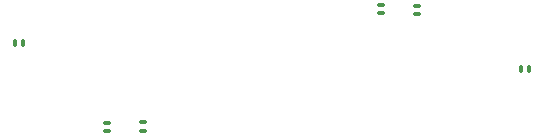
<source format=gbr>
%TF.GenerationSoftware,KiCad,Pcbnew,9.0.3*%
%TF.CreationDate,2025-07-31T16:32:47-07:00*%
%TF.ProjectId,fortissimo-ii,666f7274-6973-4736-996d-6f2d69692e6b,rev?*%
%TF.SameCoordinates,Original*%
%TF.FileFunction,Paste,Top*%
%TF.FilePolarity,Positive*%
%FSLAX46Y46*%
G04 Gerber Fmt 4.6, Leading zero omitted, Abs format (unit mm)*
G04 Created by KiCad (PCBNEW 9.0.3) date 2025-07-31 16:32:47*
%MOMM*%
%LPD*%
G01*
G04 APERTURE LIST*
G04 Aperture macros list*
%AMRoundRect*
0 Rectangle with rounded corners*
0 $1 Rounding radius*
0 $2 $3 $4 $5 $6 $7 $8 $9 X,Y pos of 4 corners*
0 Add a 4 corners polygon primitive as box body*
4,1,4,$2,$3,$4,$5,$6,$7,$8,$9,$2,$3,0*
0 Add four circle primitives for the rounded corners*
1,1,$1+$1,$2,$3*
1,1,$1+$1,$4,$5*
1,1,$1+$1,$6,$7*
1,1,$1+$1,$8,$9*
0 Add four rect primitives between the rounded corners*
20,1,$1+$1,$2,$3,$4,$5,0*
20,1,$1+$1,$4,$5,$6,$7,0*
20,1,$1+$1,$6,$7,$8,$9,0*
20,1,$1+$1,$8,$9,$2,$3,0*%
G04 Aperture macros list end*
%ADD10RoundRect,0.050000X0.100000X0.250000X-0.100000X0.250000X-0.100000X-0.250000X0.100000X-0.250000X0*%
%ADD11RoundRect,0.050000X0.250000X-0.100000X0.250000X0.100000X-0.250000X0.100000X-0.250000X-0.100000X0*%
%ADD12RoundRect,0.050000X-0.250000X0.100000X-0.250000X-0.100000X0.250000X-0.100000X0.250000X0.100000X0*%
%ADD13RoundRect,0.050000X-0.100000X-0.250000X0.100000X-0.250000X0.100000X0.250000X-0.100000X0.250000X0*%
G04 APERTURE END LIST*
D10*
%TO.C,D72*%
X223837500Y-95250000D03*
X223137500Y-95250000D03*
%TD*%
D11*
%TO.C,D37*%
X188118750Y-100500000D03*
X188118750Y-99800000D03*
%TD*%
D12*
%TO.C,D73*%
X211287500Y-89825000D03*
X211287500Y-90525000D03*
%TD*%
D11*
%TO.C,D36*%
X191143750Y-100475000D03*
X191143750Y-99775000D03*
%TD*%
D13*
%TO.C,D35*%
X180275000Y-93031250D03*
X180975000Y-93031250D03*
%TD*%
D12*
%TO.C,D74*%
X214312500Y-89925000D03*
X214312500Y-90625000D03*
%TD*%
M02*

</source>
